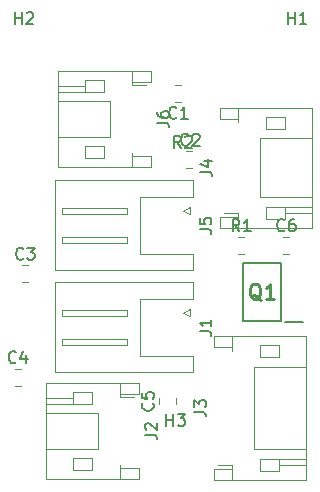
<source format=gbr>
%TF.GenerationSoftware,KiCad,Pcbnew,(5.1.6)-1*%
%TF.CreationDate,2021-06-03T21:43:07+02:00*%
%TF.ProjectId,incubator_breakout,696e6375-6261-4746-9f72-5f627265616b,rev?*%
%TF.SameCoordinates,Original*%
%TF.FileFunction,Legend,Top*%
%TF.FilePolarity,Positive*%
%FSLAX46Y46*%
G04 Gerber Fmt 4.6, Leading zero omitted, Abs format (unit mm)*
G04 Created by KiCad (PCBNEW (5.1.6)-1) date 2021-06-03 21:43:07*
%MOMM*%
%LPD*%
G01*
G04 APERTURE LIST*
%ADD10C,0.200000*%
%ADD11C,0.120000*%
%ADD12C,0.150000*%
%ADD13C,0.254000*%
G04 APERTURE END LIST*
D10*
%TO.C,Q1*%
X170383000Y-124751000D02*
X167183000Y-124751000D01*
X167183000Y-124751000D02*
X167183000Y-119851000D01*
X167183000Y-119851000D02*
X170383000Y-119851000D01*
X170383000Y-119851000D02*
X170383000Y-124751000D01*
X172258000Y-124906000D02*
X170733000Y-124906000D01*
D11*
%TO.C,C6*%
X170553748Y-117654000D02*
X171076252Y-117654000D01*
X170553748Y-119074000D02*
X171076252Y-119074000D01*
%TO.C,C5*%
X160072000Y-131833252D02*
X160072000Y-131310748D01*
X161492000Y-131833252D02*
X161492000Y-131310748D01*
%TO.C,C4*%
X147820748Y-128830000D02*
X148343252Y-128830000D01*
X147820748Y-130250000D02*
X148343252Y-130250000D01*
%TO.C,C3*%
X148455748Y-120067000D02*
X148978252Y-120067000D01*
X148455748Y-121487000D02*
X148978252Y-121487000D01*
%TO.C,C2*%
X162821252Y-111835000D02*
X162298748Y-111835000D01*
X162821252Y-110415000D02*
X162298748Y-110415000D01*
%TO.C,C1*%
X161932252Y-106247000D02*
X161409748Y-106247000D01*
X161932252Y-104827000D02*
X161409748Y-104827000D01*
%TO.C,R1*%
X166752748Y-117654000D02*
X167275252Y-117654000D01*
X166752748Y-119074000D02*
X167275252Y-119074000D01*
%TO.C,J6*%
X157721000Y-104804000D02*
X157721000Y-104524000D01*
X157721000Y-104524000D02*
X159321000Y-104524000D01*
X159321000Y-104524000D02*
X159321000Y-103604000D01*
X159321000Y-103604000D02*
X151501000Y-103604000D01*
X151501000Y-103604000D02*
X151501000Y-111724000D01*
X151501000Y-111724000D02*
X159321000Y-111724000D01*
X159321000Y-111724000D02*
X159321000Y-110804000D01*
X159321000Y-110804000D02*
X157721000Y-110804000D01*
X157721000Y-110804000D02*
X157721000Y-110524000D01*
X151501000Y-106164000D02*
X155861000Y-106164000D01*
X155861000Y-106164000D02*
X155861000Y-109164000D01*
X155861000Y-109164000D02*
X151501000Y-109164000D01*
X157721000Y-103604000D02*
X157721000Y-104524000D01*
X157721000Y-111724000D02*
X157721000Y-110804000D01*
X155361000Y-104364000D02*
X153761000Y-104364000D01*
X153761000Y-104364000D02*
X153761000Y-105364000D01*
X153761000Y-105364000D02*
X155361000Y-105364000D01*
X155361000Y-105364000D02*
X155361000Y-104364000D01*
X155361000Y-110964000D02*
X153761000Y-110964000D01*
X153761000Y-110964000D02*
X153761000Y-109964000D01*
X153761000Y-109964000D02*
X155361000Y-109964000D01*
X155361000Y-109964000D02*
X155361000Y-110964000D01*
X153761000Y-105364000D02*
X151501000Y-105364000D01*
X153761000Y-104864000D02*
X151501000Y-104864000D01*
X157721000Y-104804000D02*
X158936000Y-104804000D01*
%TO.C,J5*%
X151218000Y-116693000D02*
X151218000Y-112883000D01*
X151218000Y-112883000D02*
X162938000Y-112883000D01*
X162938000Y-112883000D02*
X162938000Y-114303000D01*
X162938000Y-114303000D02*
X158438000Y-114303000D01*
X158438000Y-114303000D02*
X158438000Y-116693000D01*
X151218000Y-116693000D02*
X151218000Y-120503000D01*
X151218000Y-120503000D02*
X162938000Y-120503000D01*
X162938000Y-120503000D02*
X162938000Y-119083000D01*
X162938000Y-119083000D02*
X158438000Y-119083000D01*
X158438000Y-119083000D02*
X158438000Y-116693000D01*
X157328000Y-115193000D02*
X151828000Y-115193000D01*
X151828000Y-115193000D02*
X151828000Y-115693000D01*
X151828000Y-115693000D02*
X157328000Y-115693000D01*
X157328000Y-115693000D02*
X157328000Y-115193000D01*
X157328000Y-117693000D02*
X151828000Y-117693000D01*
X151828000Y-117693000D02*
X151828000Y-118193000D01*
X151828000Y-118193000D02*
X157328000Y-118193000D01*
X157328000Y-118193000D02*
X157328000Y-117693000D01*
X162028000Y-115443000D02*
X162628000Y-115143000D01*
X162628000Y-115143000D02*
X162628000Y-115743000D01*
X162628000Y-115743000D02*
X162028000Y-115443000D01*
%TO.C,J4*%
X166764000Y-115668000D02*
X166764000Y-115948000D01*
X166764000Y-115948000D02*
X165164000Y-115948000D01*
X165164000Y-115948000D02*
X165164000Y-116868000D01*
X165164000Y-116868000D02*
X172984000Y-116868000D01*
X172984000Y-116868000D02*
X172984000Y-106748000D01*
X172984000Y-106748000D02*
X165164000Y-106748000D01*
X165164000Y-106748000D02*
X165164000Y-107668000D01*
X165164000Y-107668000D02*
X166764000Y-107668000D01*
X166764000Y-107668000D02*
X166764000Y-107948000D01*
X172984000Y-114308000D02*
X168624000Y-114308000D01*
X168624000Y-114308000D02*
X168624000Y-109308000D01*
X168624000Y-109308000D02*
X172984000Y-109308000D01*
X166764000Y-116868000D02*
X166764000Y-115948000D01*
X166764000Y-106748000D02*
X166764000Y-107668000D01*
X169124000Y-116108000D02*
X170724000Y-116108000D01*
X170724000Y-116108000D02*
X170724000Y-115108000D01*
X170724000Y-115108000D02*
X169124000Y-115108000D01*
X169124000Y-115108000D02*
X169124000Y-116108000D01*
X169124000Y-107508000D02*
X170724000Y-107508000D01*
X170724000Y-107508000D02*
X170724000Y-108508000D01*
X170724000Y-108508000D02*
X169124000Y-108508000D01*
X169124000Y-108508000D02*
X169124000Y-107508000D01*
X170724000Y-115108000D02*
X172984000Y-115108000D01*
X170724000Y-115608000D02*
X172984000Y-115608000D01*
X166764000Y-115668000D02*
X165549000Y-115668000D01*
%TO.C,J1*%
X151218000Y-125329000D02*
X151218000Y-121519000D01*
X151218000Y-121519000D02*
X162938000Y-121519000D01*
X162938000Y-121519000D02*
X162938000Y-122939000D01*
X162938000Y-122939000D02*
X158438000Y-122939000D01*
X158438000Y-122939000D02*
X158438000Y-125329000D01*
X151218000Y-125329000D02*
X151218000Y-129139000D01*
X151218000Y-129139000D02*
X162938000Y-129139000D01*
X162938000Y-129139000D02*
X162938000Y-127719000D01*
X162938000Y-127719000D02*
X158438000Y-127719000D01*
X158438000Y-127719000D02*
X158438000Y-125329000D01*
X157328000Y-123829000D02*
X151828000Y-123829000D01*
X151828000Y-123829000D02*
X151828000Y-124329000D01*
X151828000Y-124329000D02*
X157328000Y-124329000D01*
X157328000Y-124329000D02*
X157328000Y-123829000D01*
X157328000Y-126329000D02*
X151828000Y-126329000D01*
X151828000Y-126329000D02*
X151828000Y-126829000D01*
X151828000Y-126829000D02*
X157328000Y-126829000D01*
X157328000Y-126829000D02*
X157328000Y-126329000D01*
X162028000Y-124079000D02*
X162628000Y-123779000D01*
X162628000Y-123779000D02*
X162628000Y-124379000D01*
X162628000Y-124379000D02*
X162028000Y-124079000D01*
%TO.C,J3*%
X166256000Y-137004000D02*
X165041000Y-137004000D01*
X170216000Y-136944000D02*
X172476000Y-136944000D01*
X170216000Y-136444000D02*
X172476000Y-136444000D01*
X168616000Y-127844000D02*
X168616000Y-126844000D01*
X170216000Y-127844000D02*
X168616000Y-127844000D01*
X170216000Y-126844000D02*
X170216000Y-127844000D01*
X168616000Y-126844000D02*
X170216000Y-126844000D01*
X168616000Y-136444000D02*
X168616000Y-137444000D01*
X170216000Y-136444000D02*
X168616000Y-136444000D01*
X170216000Y-137444000D02*
X170216000Y-136444000D01*
X168616000Y-137444000D02*
X170216000Y-137444000D01*
X166256000Y-126084000D02*
X166256000Y-127004000D01*
X166256000Y-138204000D02*
X166256000Y-137284000D01*
X168116000Y-128644000D02*
X172476000Y-128644000D01*
X168116000Y-135644000D02*
X168116000Y-128644000D01*
X172476000Y-135644000D02*
X168116000Y-135644000D01*
X166256000Y-127004000D02*
X166256000Y-127284000D01*
X164656000Y-127004000D02*
X166256000Y-127004000D01*
X164656000Y-126084000D02*
X164656000Y-127004000D01*
X172476000Y-126084000D02*
X164656000Y-126084000D01*
X172476000Y-138204000D02*
X172476000Y-126084000D01*
X164656000Y-138204000D02*
X172476000Y-138204000D01*
X164656000Y-137284000D02*
X164656000Y-138204000D01*
X166256000Y-137284000D02*
X164656000Y-137284000D01*
X166256000Y-137004000D02*
X166256000Y-137284000D01*
%TO.C,J2*%
X156705000Y-131220000D02*
X157920000Y-131220000D01*
X152745000Y-131280000D02*
X150485000Y-131280000D01*
X152745000Y-131780000D02*
X150485000Y-131780000D01*
X154345000Y-136380000D02*
X154345000Y-137380000D01*
X152745000Y-136380000D02*
X154345000Y-136380000D01*
X152745000Y-137380000D02*
X152745000Y-136380000D01*
X154345000Y-137380000D02*
X152745000Y-137380000D01*
X154345000Y-131780000D02*
X154345000Y-130780000D01*
X152745000Y-131780000D02*
X154345000Y-131780000D01*
X152745000Y-130780000D02*
X152745000Y-131780000D01*
X154345000Y-130780000D02*
X152745000Y-130780000D01*
X156705000Y-138140000D02*
X156705000Y-137220000D01*
X156705000Y-130020000D02*
X156705000Y-130940000D01*
X154845000Y-135580000D02*
X150485000Y-135580000D01*
X154845000Y-132580000D02*
X154845000Y-135580000D01*
X150485000Y-132580000D02*
X154845000Y-132580000D01*
X156705000Y-137220000D02*
X156705000Y-136940000D01*
X158305000Y-137220000D02*
X156705000Y-137220000D01*
X158305000Y-138140000D02*
X158305000Y-137220000D01*
X150485000Y-138140000D02*
X158305000Y-138140000D01*
X150485000Y-130020000D02*
X150485000Y-138140000D01*
X158305000Y-130020000D02*
X150485000Y-130020000D01*
X158305000Y-130940000D02*
X158305000Y-130020000D01*
X156705000Y-130940000D02*
X158305000Y-130940000D01*
X156705000Y-131220000D02*
X156705000Y-130940000D01*
%TO.C,R2*%
D12*
X161885333Y-110105780D02*
X161552000Y-109629590D01*
X161313904Y-110105780D02*
X161313904Y-109105780D01*
X161694857Y-109105780D01*
X161790095Y-109153400D01*
X161837714Y-109201019D01*
X161885333Y-109296257D01*
X161885333Y-109439114D01*
X161837714Y-109534352D01*
X161790095Y-109581971D01*
X161694857Y-109629590D01*
X161313904Y-109629590D01*
X162266285Y-109201019D02*
X162313904Y-109153400D01*
X162409142Y-109105780D01*
X162647238Y-109105780D01*
X162742476Y-109153400D01*
X162790095Y-109201019D01*
X162837714Y-109296257D01*
X162837714Y-109391495D01*
X162790095Y-109534352D01*
X162218666Y-110105780D01*
X162837714Y-110105780D01*
%TO.C,Q1*%
D13*
X168662047Y-122996476D02*
X168541095Y-122936000D01*
X168420142Y-122815047D01*
X168238714Y-122633619D01*
X168117761Y-122573142D01*
X167996809Y-122573142D01*
X168057285Y-122875523D02*
X167936333Y-122815047D01*
X167815380Y-122694095D01*
X167754904Y-122452190D01*
X167754904Y-122028857D01*
X167815380Y-121786952D01*
X167936333Y-121666000D01*
X168057285Y-121605523D01*
X168299190Y-121605523D01*
X168420142Y-121666000D01*
X168541095Y-121786952D01*
X168601571Y-122028857D01*
X168601571Y-122452190D01*
X168541095Y-122694095D01*
X168420142Y-122815047D01*
X168299190Y-122875523D01*
X168057285Y-122875523D01*
X169811095Y-122875523D02*
X169085380Y-122875523D01*
X169448238Y-122875523D02*
X169448238Y-121605523D01*
X169327285Y-121786952D01*
X169206333Y-121907904D01*
X169085380Y-121968380D01*
%TO.C,H3*%
D12*
X160655095Y-133650380D02*
X160655095Y-132650380D01*
X160655095Y-133126571D02*
X161226523Y-133126571D01*
X161226523Y-133650380D02*
X161226523Y-132650380D01*
X161607476Y-132650380D02*
X162226523Y-132650380D01*
X161893190Y-133031333D01*
X162036047Y-133031333D01*
X162131285Y-133078952D01*
X162178904Y-133126571D01*
X162226523Y-133221809D01*
X162226523Y-133459904D01*
X162178904Y-133555142D01*
X162131285Y-133602761D01*
X162036047Y-133650380D01*
X161750333Y-133650380D01*
X161655095Y-133602761D01*
X161607476Y-133555142D01*
%TO.C,H2*%
X147828095Y-99614380D02*
X147828095Y-98614380D01*
X147828095Y-99090571D02*
X148399523Y-99090571D01*
X148399523Y-99614380D02*
X148399523Y-98614380D01*
X148828095Y-98709619D02*
X148875714Y-98662000D01*
X148970952Y-98614380D01*
X149209047Y-98614380D01*
X149304285Y-98662000D01*
X149351904Y-98709619D01*
X149399523Y-98804857D01*
X149399523Y-98900095D01*
X149351904Y-99042952D01*
X148780476Y-99614380D01*
X149399523Y-99614380D01*
%TO.C,H1*%
X170942095Y-99614380D02*
X170942095Y-98614380D01*
X170942095Y-99090571D02*
X171513523Y-99090571D01*
X171513523Y-99614380D02*
X171513523Y-98614380D01*
X172513523Y-99614380D02*
X171942095Y-99614380D01*
X172227809Y-99614380D02*
X172227809Y-98614380D01*
X172132571Y-98757238D01*
X172037333Y-98852476D01*
X171942095Y-98900095D01*
%TO.C,C6*%
X170648333Y-117071142D02*
X170600714Y-117118761D01*
X170457857Y-117166380D01*
X170362619Y-117166380D01*
X170219761Y-117118761D01*
X170124523Y-117023523D01*
X170076904Y-116928285D01*
X170029285Y-116737809D01*
X170029285Y-116594952D01*
X170076904Y-116404476D01*
X170124523Y-116309238D01*
X170219761Y-116214000D01*
X170362619Y-116166380D01*
X170457857Y-116166380D01*
X170600714Y-116214000D01*
X170648333Y-116261619D01*
X171505476Y-116166380D02*
X171315000Y-116166380D01*
X171219761Y-116214000D01*
X171172142Y-116261619D01*
X171076904Y-116404476D01*
X171029285Y-116594952D01*
X171029285Y-116975904D01*
X171076904Y-117071142D01*
X171124523Y-117118761D01*
X171219761Y-117166380D01*
X171410238Y-117166380D01*
X171505476Y-117118761D01*
X171553095Y-117071142D01*
X171600714Y-116975904D01*
X171600714Y-116737809D01*
X171553095Y-116642571D01*
X171505476Y-116594952D01*
X171410238Y-116547333D01*
X171219761Y-116547333D01*
X171124523Y-116594952D01*
X171076904Y-116642571D01*
X171029285Y-116737809D01*
%TO.C,C5*%
X159489142Y-131738666D02*
X159536761Y-131786285D01*
X159584380Y-131929142D01*
X159584380Y-132024380D01*
X159536761Y-132167238D01*
X159441523Y-132262476D01*
X159346285Y-132310095D01*
X159155809Y-132357714D01*
X159012952Y-132357714D01*
X158822476Y-132310095D01*
X158727238Y-132262476D01*
X158632000Y-132167238D01*
X158584380Y-132024380D01*
X158584380Y-131929142D01*
X158632000Y-131786285D01*
X158679619Y-131738666D01*
X158584380Y-130833904D02*
X158584380Y-131310095D01*
X159060571Y-131357714D01*
X159012952Y-131310095D01*
X158965333Y-131214857D01*
X158965333Y-130976761D01*
X159012952Y-130881523D01*
X159060571Y-130833904D01*
X159155809Y-130786285D01*
X159393904Y-130786285D01*
X159489142Y-130833904D01*
X159536761Y-130881523D01*
X159584380Y-130976761D01*
X159584380Y-131214857D01*
X159536761Y-131310095D01*
X159489142Y-131357714D01*
%TO.C,C4*%
X147915333Y-128247142D02*
X147867714Y-128294761D01*
X147724857Y-128342380D01*
X147629619Y-128342380D01*
X147486761Y-128294761D01*
X147391523Y-128199523D01*
X147343904Y-128104285D01*
X147296285Y-127913809D01*
X147296285Y-127770952D01*
X147343904Y-127580476D01*
X147391523Y-127485238D01*
X147486761Y-127390000D01*
X147629619Y-127342380D01*
X147724857Y-127342380D01*
X147867714Y-127390000D01*
X147915333Y-127437619D01*
X148772476Y-127675714D02*
X148772476Y-128342380D01*
X148534380Y-127294761D02*
X148296285Y-128009047D01*
X148915333Y-128009047D01*
%TO.C,C3*%
X148550333Y-119484142D02*
X148502714Y-119531761D01*
X148359857Y-119579380D01*
X148264619Y-119579380D01*
X148121761Y-119531761D01*
X148026523Y-119436523D01*
X147978904Y-119341285D01*
X147931285Y-119150809D01*
X147931285Y-119007952D01*
X147978904Y-118817476D01*
X148026523Y-118722238D01*
X148121761Y-118627000D01*
X148264619Y-118579380D01*
X148359857Y-118579380D01*
X148502714Y-118627000D01*
X148550333Y-118674619D01*
X148883666Y-118579380D02*
X149502714Y-118579380D01*
X149169380Y-118960333D01*
X149312238Y-118960333D01*
X149407476Y-119007952D01*
X149455095Y-119055571D01*
X149502714Y-119150809D01*
X149502714Y-119388904D01*
X149455095Y-119484142D01*
X149407476Y-119531761D01*
X149312238Y-119579380D01*
X149026523Y-119579380D01*
X148931285Y-119531761D01*
X148883666Y-119484142D01*
%TO.C,C2*%
X162520333Y-109831142D02*
X162472714Y-109878761D01*
X162329857Y-109926380D01*
X162234619Y-109926380D01*
X162091761Y-109878761D01*
X161996523Y-109783523D01*
X161948904Y-109688285D01*
X161901285Y-109497809D01*
X161901285Y-109354952D01*
X161948904Y-109164476D01*
X161996523Y-109069238D01*
X162091761Y-108974000D01*
X162234619Y-108926380D01*
X162329857Y-108926380D01*
X162472714Y-108974000D01*
X162520333Y-109021619D01*
X162901285Y-109021619D02*
X162948904Y-108974000D01*
X163044142Y-108926380D01*
X163282238Y-108926380D01*
X163377476Y-108974000D01*
X163425095Y-109021619D01*
X163472714Y-109116857D01*
X163472714Y-109212095D01*
X163425095Y-109354952D01*
X162853666Y-109926380D01*
X163472714Y-109926380D01*
%TO.C,C1*%
X161504333Y-107544142D02*
X161456714Y-107591761D01*
X161313857Y-107639380D01*
X161218619Y-107639380D01*
X161075761Y-107591761D01*
X160980523Y-107496523D01*
X160932904Y-107401285D01*
X160885285Y-107210809D01*
X160885285Y-107067952D01*
X160932904Y-106877476D01*
X160980523Y-106782238D01*
X161075761Y-106687000D01*
X161218619Y-106639380D01*
X161313857Y-106639380D01*
X161456714Y-106687000D01*
X161504333Y-106734619D01*
X162456714Y-107639380D02*
X161885285Y-107639380D01*
X162171000Y-107639380D02*
X162171000Y-106639380D01*
X162075761Y-106782238D01*
X161980523Y-106877476D01*
X161885285Y-106925095D01*
%TO.C,R1*%
X166847333Y-117166380D02*
X166514000Y-116690190D01*
X166275904Y-117166380D02*
X166275904Y-116166380D01*
X166656857Y-116166380D01*
X166752095Y-116214000D01*
X166799714Y-116261619D01*
X166847333Y-116356857D01*
X166847333Y-116499714D01*
X166799714Y-116594952D01*
X166752095Y-116642571D01*
X166656857Y-116690190D01*
X166275904Y-116690190D01*
X167799714Y-117166380D02*
X167228285Y-117166380D01*
X167514000Y-117166380D02*
X167514000Y-116166380D01*
X167418761Y-116309238D01*
X167323523Y-116404476D01*
X167228285Y-116452095D01*
%TO.C,J6*%
X159863380Y-107997333D02*
X160577666Y-107997333D01*
X160720523Y-108044952D01*
X160815761Y-108140190D01*
X160863380Y-108283047D01*
X160863380Y-108378285D01*
X159863380Y-107092571D02*
X159863380Y-107283047D01*
X159911000Y-107378285D01*
X159958619Y-107425904D01*
X160101476Y-107521142D01*
X160291952Y-107568761D01*
X160672904Y-107568761D01*
X160768142Y-107521142D01*
X160815761Y-107473523D01*
X160863380Y-107378285D01*
X160863380Y-107187809D01*
X160815761Y-107092571D01*
X160768142Y-107044952D01*
X160672904Y-106997333D01*
X160434809Y-106997333D01*
X160339571Y-107044952D01*
X160291952Y-107092571D01*
X160244333Y-107187809D01*
X160244333Y-107378285D01*
X160291952Y-107473523D01*
X160339571Y-107521142D01*
X160434809Y-107568761D01*
%TO.C,J5*%
X163480380Y-117026333D02*
X164194666Y-117026333D01*
X164337523Y-117073952D01*
X164432761Y-117169190D01*
X164480380Y-117312047D01*
X164480380Y-117407285D01*
X163480380Y-116073952D02*
X163480380Y-116550142D01*
X163956571Y-116597761D01*
X163908952Y-116550142D01*
X163861333Y-116454904D01*
X163861333Y-116216809D01*
X163908952Y-116121571D01*
X163956571Y-116073952D01*
X164051809Y-116026333D01*
X164289904Y-116026333D01*
X164385142Y-116073952D01*
X164432761Y-116121571D01*
X164480380Y-116216809D01*
X164480380Y-116454904D01*
X164432761Y-116550142D01*
X164385142Y-116597761D01*
%TO.C,J4*%
X163526380Y-112141333D02*
X164240666Y-112141333D01*
X164383523Y-112188952D01*
X164478761Y-112284190D01*
X164526380Y-112427047D01*
X164526380Y-112522285D01*
X163859714Y-111236571D02*
X164526380Y-111236571D01*
X163478761Y-111474666D02*
X164193047Y-111712761D01*
X164193047Y-111093714D01*
%TO.C,J1*%
X163480380Y-125662333D02*
X164194666Y-125662333D01*
X164337523Y-125709952D01*
X164432761Y-125805190D01*
X164480380Y-125948047D01*
X164480380Y-126043285D01*
X164480380Y-124662333D02*
X164480380Y-125233761D01*
X164480380Y-124948047D02*
X163480380Y-124948047D01*
X163623238Y-125043285D01*
X163718476Y-125138523D01*
X163766095Y-125233761D01*
%TO.C,J3*%
X163018380Y-132477333D02*
X163732666Y-132477333D01*
X163875523Y-132524952D01*
X163970761Y-132620190D01*
X164018380Y-132763047D01*
X164018380Y-132858285D01*
X163018380Y-132096380D02*
X163018380Y-131477333D01*
X163399333Y-131810666D01*
X163399333Y-131667809D01*
X163446952Y-131572571D01*
X163494571Y-131524952D01*
X163589809Y-131477333D01*
X163827904Y-131477333D01*
X163923142Y-131524952D01*
X163970761Y-131572571D01*
X164018380Y-131667809D01*
X164018380Y-131953523D01*
X163970761Y-132048761D01*
X163923142Y-132096380D01*
%TO.C,J2*%
X158847380Y-134413333D02*
X159561666Y-134413333D01*
X159704523Y-134460952D01*
X159799761Y-134556190D01*
X159847380Y-134699047D01*
X159847380Y-134794285D01*
X158942619Y-133984761D02*
X158895000Y-133937142D01*
X158847380Y-133841904D01*
X158847380Y-133603809D01*
X158895000Y-133508571D01*
X158942619Y-133460952D01*
X159037857Y-133413333D01*
X159133095Y-133413333D01*
X159275952Y-133460952D01*
X159847380Y-134032380D01*
X159847380Y-133413333D01*
%TD*%
M02*

</source>
